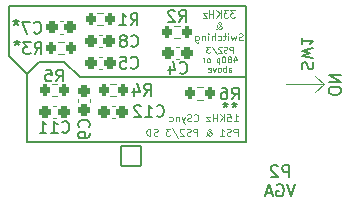
<source format=gbr>
G04 #@! TF.GenerationSoftware,KiCad,Pcbnew,(6.0.6-0)*
G04 #@! TF.CreationDate,2022-07-06T00:13:59-04:00*
G04 #@! TF.ProjectId,PS2VGA,50533256-4741-42e6-9b69-6361645f7063,1*
G04 #@! TF.SameCoordinates,Original*
G04 #@! TF.FileFunction,Legend,Bot*
G04 #@! TF.FilePolarity,Positive*
%FSLAX46Y46*%
G04 Gerber Fmt 4.6, Leading zero omitted, Abs format (unit mm)*
G04 Created by KiCad (PCBNEW (6.0.6-0)) date 2022-07-06 00:13:59*
%MOMM*%
%LPD*%
G01*
G04 APERTURE LIST*
G04 Aperture macros list*
%AMRoundRect*
0 Rectangle with rounded corners*
0 $1 Rounding radius*
0 $2 $3 $4 $5 $6 $7 $8 $9 X,Y pos of 4 corners*
0 Add a 4 corners polygon primitive as box body*
4,1,4,$2,$3,$4,$5,$6,$7,$8,$9,$2,$3,0*
0 Add four circle primitives for the rounded corners*
1,1,$1+$1,$2,$3*
1,1,$1+$1,$4,$5*
1,1,$1+$1,$6,$7*
1,1,$1+$1,$8,$9*
0 Add four rect primitives between the rounded corners*
20,1,$1+$1,$2,$3,$4,$5,0*
20,1,$1+$1,$4,$5,$6,$7,0*
20,1,$1+$1,$6,$7,$8,$9,0*
20,1,$1+$1,$8,$9,$2,$3,0*%
G04 Aperture macros list end*
%ADD10C,0.127000*%
%ADD11C,0.100000*%
%ADD12C,0.150000*%
%ADD13C,0.200000*%
%ADD14C,0.120000*%
%ADD15C,1.200000*%
%ADD16C,1.625600*%
%ADD17RoundRect,0.250800X0.200000X0.275000X-0.200000X0.275000X-0.200000X-0.275000X0.200000X-0.275000X0*%
%ADD18RoundRect,0.275800X-0.225000X-0.250000X0.225000X-0.250000X0.225000X0.250000X-0.225000X0.250000X0*%
%ADD19RoundRect,0.275800X0.225000X0.250000X-0.225000X0.250000X-0.225000X-0.250000X0.225000X-0.250000X0*%
%ADD20RoundRect,0.250800X-0.200000X-0.275000X0.200000X-0.275000X0.200000X0.275000X-0.200000X0.275000X0*%
%ADD21RoundRect,0.050800X-0.850000X-0.850000X0.850000X-0.850000X0.850000X0.850000X-0.850000X0.850000X0*%
%ADD22C,1.801600*%
%ADD23C,4.167600*%
%ADD24RoundRect,0.275800X0.250000X-0.225000X0.250000X0.225000X-0.250000X0.225000X-0.250000X-0.225000X0*%
%ADD25C,1.601600*%
G04 APERTURE END LIST*
D10*
X129150000Y-112230000D02*
X129150000Y-106470000D01*
X147740000Y-106750000D02*
X133620000Y-106750000D01*
X129160000Y-106470000D02*
X127650000Y-104960000D01*
X147740000Y-106750000D02*
X147740000Y-112230000D01*
X147740000Y-112230000D02*
X129150000Y-112230000D01*
X133620000Y-106750000D02*
X132300000Y-105430000D01*
X132300000Y-105430000D02*
X130200000Y-105430000D01*
X147740000Y-100680000D02*
X127650000Y-100680000D01*
X129150000Y-106470000D02*
X130200000Y-105430000D01*
X127650000Y-104960000D02*
X127650000Y-100680000D01*
X147740000Y-100680000D02*
X147740000Y-106750000D01*
D11*
X146597142Y-104681190D02*
X146597142Y-104181190D01*
X146406666Y-104181190D01*
X146359047Y-104205000D01*
X146335238Y-104228809D01*
X146311428Y-104276428D01*
X146311428Y-104347857D01*
X146335238Y-104395476D01*
X146359047Y-104419285D01*
X146406666Y-104443095D01*
X146597142Y-104443095D01*
X146120952Y-104657380D02*
X146049523Y-104681190D01*
X145930476Y-104681190D01*
X145882857Y-104657380D01*
X145859047Y-104633571D01*
X145835238Y-104585952D01*
X145835238Y-104538333D01*
X145859047Y-104490714D01*
X145882857Y-104466904D01*
X145930476Y-104443095D01*
X146025714Y-104419285D01*
X146073333Y-104395476D01*
X146097142Y-104371666D01*
X146120952Y-104324047D01*
X146120952Y-104276428D01*
X146097142Y-104228809D01*
X146073333Y-104205000D01*
X146025714Y-104181190D01*
X145906666Y-104181190D01*
X145835238Y-104205000D01*
X145644761Y-104228809D02*
X145620952Y-104205000D01*
X145573333Y-104181190D01*
X145454285Y-104181190D01*
X145406666Y-104205000D01*
X145382857Y-104228809D01*
X145359047Y-104276428D01*
X145359047Y-104324047D01*
X145382857Y-104395476D01*
X145668571Y-104681190D01*
X145359047Y-104681190D01*
X144787619Y-104157380D02*
X145216190Y-104800238D01*
X144668571Y-104181190D02*
X144359047Y-104181190D01*
X144525714Y-104371666D01*
X144454285Y-104371666D01*
X144406666Y-104395476D01*
X144382857Y-104419285D01*
X144359047Y-104466904D01*
X144359047Y-104585952D01*
X144382857Y-104633571D01*
X144406666Y-104657380D01*
X144454285Y-104681190D01*
X144597142Y-104681190D01*
X144644761Y-104657380D01*
X144668571Y-104633571D01*
X146668571Y-105152857D02*
X146668571Y-105486190D01*
X146787619Y-104962380D02*
X146906666Y-105319523D01*
X146597142Y-105319523D01*
X146335238Y-105200476D02*
X146382857Y-105176666D01*
X146406666Y-105152857D01*
X146430476Y-105105238D01*
X146430476Y-105081428D01*
X146406666Y-105033809D01*
X146382857Y-105010000D01*
X146335238Y-104986190D01*
X146240000Y-104986190D01*
X146192380Y-105010000D01*
X146168571Y-105033809D01*
X146144761Y-105081428D01*
X146144761Y-105105238D01*
X146168571Y-105152857D01*
X146192380Y-105176666D01*
X146240000Y-105200476D01*
X146335238Y-105200476D01*
X146382857Y-105224285D01*
X146406666Y-105248095D01*
X146430476Y-105295714D01*
X146430476Y-105390952D01*
X146406666Y-105438571D01*
X146382857Y-105462380D01*
X146335238Y-105486190D01*
X146240000Y-105486190D01*
X146192380Y-105462380D01*
X146168571Y-105438571D01*
X146144761Y-105390952D01*
X146144761Y-105295714D01*
X146168571Y-105248095D01*
X146192380Y-105224285D01*
X146240000Y-105200476D01*
X145835238Y-104986190D02*
X145787619Y-104986190D01*
X145740000Y-105010000D01*
X145716190Y-105033809D01*
X145692380Y-105081428D01*
X145668571Y-105176666D01*
X145668571Y-105295714D01*
X145692380Y-105390952D01*
X145716190Y-105438571D01*
X145740000Y-105462380D01*
X145787619Y-105486190D01*
X145835238Y-105486190D01*
X145882857Y-105462380D01*
X145906666Y-105438571D01*
X145930476Y-105390952D01*
X145954285Y-105295714D01*
X145954285Y-105176666D01*
X145930476Y-105081428D01*
X145906666Y-105033809D01*
X145882857Y-105010000D01*
X145835238Y-104986190D01*
X145454285Y-105152857D02*
X145454285Y-105652857D01*
X145454285Y-105176666D02*
X145406666Y-105152857D01*
X145311428Y-105152857D01*
X145263809Y-105176666D01*
X145240000Y-105200476D01*
X145216190Y-105248095D01*
X145216190Y-105390952D01*
X145240000Y-105438571D01*
X145263809Y-105462380D01*
X145311428Y-105486190D01*
X145406666Y-105486190D01*
X145454285Y-105462380D01*
X144549523Y-105486190D02*
X144597142Y-105462380D01*
X144620952Y-105438571D01*
X144644761Y-105390952D01*
X144644761Y-105248095D01*
X144620952Y-105200476D01*
X144597142Y-105176666D01*
X144549523Y-105152857D01*
X144478095Y-105152857D01*
X144430476Y-105176666D01*
X144406666Y-105200476D01*
X144382857Y-105248095D01*
X144382857Y-105390952D01*
X144406666Y-105438571D01*
X144430476Y-105462380D01*
X144478095Y-105486190D01*
X144549523Y-105486190D01*
X144168571Y-105486190D02*
X144168571Y-105152857D01*
X144168571Y-105248095D02*
X144144761Y-105200476D01*
X144120952Y-105176666D01*
X144073333Y-105152857D01*
X144025714Y-105152857D01*
X146240000Y-106291190D02*
X146240000Y-106029285D01*
X146263809Y-105981666D01*
X146311428Y-105957857D01*
X146406666Y-105957857D01*
X146454285Y-105981666D01*
X146240000Y-106267380D02*
X146287619Y-106291190D01*
X146406666Y-106291190D01*
X146454285Y-106267380D01*
X146478095Y-106219761D01*
X146478095Y-106172142D01*
X146454285Y-106124523D01*
X146406666Y-106100714D01*
X146287619Y-106100714D01*
X146240000Y-106076904D01*
X146001904Y-106291190D02*
X146001904Y-105791190D01*
X146001904Y-105981666D02*
X145954285Y-105957857D01*
X145859047Y-105957857D01*
X145811428Y-105981666D01*
X145787619Y-106005476D01*
X145763809Y-106053095D01*
X145763809Y-106195952D01*
X145787619Y-106243571D01*
X145811428Y-106267380D01*
X145859047Y-106291190D01*
X145954285Y-106291190D01*
X146001904Y-106267380D01*
X145478095Y-106291190D02*
X145525714Y-106267380D01*
X145549523Y-106243571D01*
X145573333Y-106195952D01*
X145573333Y-106053095D01*
X145549523Y-106005476D01*
X145525714Y-105981666D01*
X145478095Y-105957857D01*
X145406666Y-105957857D01*
X145359047Y-105981666D01*
X145335238Y-106005476D01*
X145311428Y-106053095D01*
X145311428Y-106195952D01*
X145335238Y-106243571D01*
X145359047Y-106267380D01*
X145406666Y-106291190D01*
X145478095Y-106291190D01*
X145144761Y-105957857D02*
X145025714Y-106291190D01*
X144906666Y-105957857D01*
X144525714Y-106267380D02*
X144573333Y-106291190D01*
X144668571Y-106291190D01*
X144716190Y-106267380D01*
X144740000Y-106219761D01*
X144740000Y-106029285D01*
X144716190Y-105981666D01*
X144668571Y-105957857D01*
X144573333Y-105957857D01*
X144525714Y-105981666D01*
X144501904Y-106029285D01*
X144501904Y-106076904D01*
X144740000Y-106124523D01*
D12*
X151861904Y-115832380D02*
X151528571Y-116832380D01*
X151195238Y-115832380D01*
X150338095Y-115880000D02*
X150433333Y-115832380D01*
X150576190Y-115832380D01*
X150719047Y-115880000D01*
X150814285Y-115975238D01*
X150861904Y-116070476D01*
X150909523Y-116260952D01*
X150909523Y-116403809D01*
X150861904Y-116594285D01*
X150814285Y-116689523D01*
X150719047Y-116784761D01*
X150576190Y-116832380D01*
X150480952Y-116832380D01*
X150338095Y-116784761D01*
X150290476Y-116737142D01*
X150290476Y-116403809D01*
X150480952Y-116403809D01*
X149909523Y-116546666D02*
X149433333Y-116546666D01*
X150004761Y-116832380D02*
X149671428Y-115832380D01*
X149338095Y-116832380D01*
X146720952Y-108842380D02*
X146720952Y-109080476D01*
X146959047Y-108985238D02*
X146720952Y-109080476D01*
X146482857Y-108985238D01*
X146863809Y-109270952D02*
X146720952Y-109080476D01*
X146578095Y-109270952D01*
X145959047Y-108842380D02*
X145959047Y-109080476D01*
X146197142Y-108985238D02*
X145959047Y-109080476D01*
X145720952Y-108985238D01*
X146101904Y-109270952D02*
X145959047Y-109080476D01*
X145816190Y-109270952D01*
D11*
X146992857Y-111711428D02*
X146992857Y-111111428D01*
X146764285Y-111111428D01*
X146707142Y-111140000D01*
X146678571Y-111168571D01*
X146650000Y-111225714D01*
X146650000Y-111311428D01*
X146678571Y-111368571D01*
X146707142Y-111397142D01*
X146764285Y-111425714D01*
X146992857Y-111425714D01*
X146421428Y-111682857D02*
X146335714Y-111711428D01*
X146192857Y-111711428D01*
X146135714Y-111682857D01*
X146107142Y-111654285D01*
X146078571Y-111597142D01*
X146078571Y-111540000D01*
X146107142Y-111482857D01*
X146135714Y-111454285D01*
X146192857Y-111425714D01*
X146307142Y-111397142D01*
X146364285Y-111368571D01*
X146392857Y-111340000D01*
X146421428Y-111282857D01*
X146421428Y-111225714D01*
X146392857Y-111168571D01*
X146364285Y-111140000D01*
X146307142Y-111111428D01*
X146164285Y-111111428D01*
X146078571Y-111140000D01*
X145507142Y-111711428D02*
X145850000Y-111711428D01*
X145678571Y-111711428D02*
X145678571Y-111111428D01*
X145735714Y-111197142D01*
X145792857Y-111254285D01*
X145850000Y-111282857D01*
X144307142Y-111711428D02*
X144335714Y-111711428D01*
X144392857Y-111682857D01*
X144478571Y-111597142D01*
X144621428Y-111425714D01*
X144678571Y-111340000D01*
X144707142Y-111254285D01*
X144707142Y-111197142D01*
X144678571Y-111140000D01*
X144621428Y-111111428D01*
X144592857Y-111111428D01*
X144535714Y-111140000D01*
X144507142Y-111197142D01*
X144507142Y-111225714D01*
X144535714Y-111282857D01*
X144564285Y-111311428D01*
X144735714Y-111425714D01*
X144764285Y-111454285D01*
X144792857Y-111511428D01*
X144792857Y-111597142D01*
X144764285Y-111654285D01*
X144735714Y-111682857D01*
X144678571Y-111711428D01*
X144592857Y-111711428D01*
X144535714Y-111682857D01*
X144507142Y-111654285D01*
X144421428Y-111540000D01*
X144392857Y-111454285D01*
X144392857Y-111397142D01*
X143592857Y-111711428D02*
X143592857Y-111111428D01*
X143364285Y-111111428D01*
X143307142Y-111140000D01*
X143278571Y-111168571D01*
X143250000Y-111225714D01*
X143250000Y-111311428D01*
X143278571Y-111368571D01*
X143307142Y-111397142D01*
X143364285Y-111425714D01*
X143592857Y-111425714D01*
X143021428Y-111682857D02*
X142935714Y-111711428D01*
X142792857Y-111711428D01*
X142735714Y-111682857D01*
X142707142Y-111654285D01*
X142678571Y-111597142D01*
X142678571Y-111540000D01*
X142707142Y-111482857D01*
X142735714Y-111454285D01*
X142792857Y-111425714D01*
X142907142Y-111397142D01*
X142964285Y-111368571D01*
X142992857Y-111340000D01*
X143021428Y-111282857D01*
X143021428Y-111225714D01*
X142992857Y-111168571D01*
X142964285Y-111140000D01*
X142907142Y-111111428D01*
X142764285Y-111111428D01*
X142678571Y-111140000D01*
X142450000Y-111168571D02*
X142421428Y-111140000D01*
X142364285Y-111111428D01*
X142221428Y-111111428D01*
X142164285Y-111140000D01*
X142135714Y-111168571D01*
X142107142Y-111225714D01*
X142107142Y-111282857D01*
X142135714Y-111368571D01*
X142478571Y-111711428D01*
X142107142Y-111711428D01*
X141421428Y-111082857D02*
X141935714Y-111854285D01*
X141278571Y-111111428D02*
X140907142Y-111111428D01*
X141107142Y-111340000D01*
X141021428Y-111340000D01*
X140964285Y-111368571D01*
X140935714Y-111397142D01*
X140907142Y-111454285D01*
X140907142Y-111597142D01*
X140935714Y-111654285D01*
X140964285Y-111682857D01*
X141021428Y-111711428D01*
X141192857Y-111711428D01*
X141250000Y-111682857D01*
X141278571Y-111654285D01*
X140221428Y-111682857D02*
X140135714Y-111711428D01*
X139992857Y-111711428D01*
X139935714Y-111682857D01*
X139907142Y-111654285D01*
X139878571Y-111597142D01*
X139878571Y-111540000D01*
X139907142Y-111482857D01*
X139935714Y-111454285D01*
X139992857Y-111425714D01*
X140107142Y-111397142D01*
X140164285Y-111368571D01*
X140192857Y-111340000D01*
X140221428Y-111282857D01*
X140221428Y-111225714D01*
X140192857Y-111168571D01*
X140164285Y-111140000D01*
X140107142Y-111111428D01*
X139964285Y-111111428D01*
X139878571Y-111140000D01*
X139621428Y-111711428D02*
X139621428Y-111111428D01*
X139478571Y-111111428D01*
X139392857Y-111140000D01*
X139335714Y-111197142D01*
X139307142Y-111254285D01*
X139278571Y-111368571D01*
X139278571Y-111454285D01*
X139307142Y-111568571D01*
X139335714Y-111625714D01*
X139392857Y-111682857D01*
X139478571Y-111711428D01*
X139621428Y-111711428D01*
D13*
X128230000Y-101862380D02*
X128230000Y-102100476D01*
X128468095Y-102005238D02*
X128230000Y-102100476D01*
X127991904Y-102005238D01*
X128372857Y-102290952D02*
X128230000Y-102100476D01*
X128087142Y-102290952D01*
X128330000Y-103612380D02*
X128330000Y-103850476D01*
X128568095Y-103755238D02*
X128330000Y-103850476D01*
X128091904Y-103755238D01*
X128472857Y-104040952D02*
X128330000Y-103850476D01*
X128187142Y-104040952D01*
D11*
X146652857Y-110491428D02*
X146995714Y-110491428D01*
X146824285Y-110491428D02*
X146824285Y-109891428D01*
X146881428Y-109977142D01*
X146938571Y-110034285D01*
X146995714Y-110062857D01*
X146110000Y-109891428D02*
X146395714Y-109891428D01*
X146424285Y-110177142D01*
X146395714Y-110148571D01*
X146338571Y-110120000D01*
X146195714Y-110120000D01*
X146138571Y-110148571D01*
X146110000Y-110177142D01*
X146081428Y-110234285D01*
X146081428Y-110377142D01*
X146110000Y-110434285D01*
X146138571Y-110462857D01*
X146195714Y-110491428D01*
X146338571Y-110491428D01*
X146395714Y-110462857D01*
X146424285Y-110434285D01*
X145824285Y-110491428D02*
X145824285Y-109891428D01*
X145481428Y-110491428D02*
X145738571Y-110148571D01*
X145481428Y-109891428D02*
X145824285Y-110234285D01*
X145224285Y-110491428D02*
X145224285Y-109891428D01*
X145224285Y-110177142D02*
X144881428Y-110177142D01*
X144881428Y-110491428D02*
X144881428Y-109891428D01*
X144652857Y-110091428D02*
X144338571Y-110091428D01*
X144652857Y-110491428D01*
X144338571Y-110491428D01*
X143310000Y-110434285D02*
X143338571Y-110462857D01*
X143424285Y-110491428D01*
X143481428Y-110491428D01*
X143567142Y-110462857D01*
X143624285Y-110405714D01*
X143652857Y-110348571D01*
X143681428Y-110234285D01*
X143681428Y-110148571D01*
X143652857Y-110034285D01*
X143624285Y-109977142D01*
X143567142Y-109920000D01*
X143481428Y-109891428D01*
X143424285Y-109891428D01*
X143338571Y-109920000D01*
X143310000Y-109948571D01*
X143081428Y-110462857D02*
X142995714Y-110491428D01*
X142852857Y-110491428D01*
X142795714Y-110462857D01*
X142767142Y-110434285D01*
X142738571Y-110377142D01*
X142738571Y-110320000D01*
X142767142Y-110262857D01*
X142795714Y-110234285D01*
X142852857Y-110205714D01*
X142967142Y-110177142D01*
X143024285Y-110148571D01*
X143052857Y-110120000D01*
X143081428Y-110062857D01*
X143081428Y-110005714D01*
X143052857Y-109948571D01*
X143024285Y-109920000D01*
X142967142Y-109891428D01*
X142824285Y-109891428D01*
X142738571Y-109920000D01*
X142538571Y-110091428D02*
X142395714Y-110491428D01*
X142252857Y-110091428D02*
X142395714Y-110491428D01*
X142452857Y-110634285D01*
X142481428Y-110662857D01*
X142538571Y-110691428D01*
X142024285Y-110091428D02*
X142024285Y-110491428D01*
X142024285Y-110148571D02*
X141995714Y-110120000D01*
X141938571Y-110091428D01*
X141852857Y-110091428D01*
X141795714Y-110120000D01*
X141767142Y-110177142D01*
X141767142Y-110491428D01*
X141224285Y-110462857D02*
X141281428Y-110491428D01*
X141395714Y-110491428D01*
X141452857Y-110462857D01*
X141481428Y-110434285D01*
X141510000Y-110377142D01*
X141510000Y-110205714D01*
X141481428Y-110148571D01*
X141452857Y-110120000D01*
X141395714Y-110091428D01*
X141281428Y-110091428D01*
X141224285Y-110120000D01*
X146752857Y-101095428D02*
X146381428Y-101095428D01*
X146581428Y-101324000D01*
X146495714Y-101324000D01*
X146438571Y-101352571D01*
X146410000Y-101381142D01*
X146381428Y-101438285D01*
X146381428Y-101581142D01*
X146410000Y-101638285D01*
X146438571Y-101666857D01*
X146495714Y-101695428D01*
X146667142Y-101695428D01*
X146724285Y-101666857D01*
X146752857Y-101638285D01*
X146181428Y-101095428D02*
X145810000Y-101095428D01*
X146010000Y-101324000D01*
X145924285Y-101324000D01*
X145867142Y-101352571D01*
X145838571Y-101381142D01*
X145810000Y-101438285D01*
X145810000Y-101581142D01*
X145838571Y-101638285D01*
X145867142Y-101666857D01*
X145924285Y-101695428D01*
X146095714Y-101695428D01*
X146152857Y-101666857D01*
X146181428Y-101638285D01*
X145552857Y-101695428D02*
X145552857Y-101095428D01*
X145210000Y-101695428D02*
X145467142Y-101352571D01*
X145210000Y-101095428D02*
X145552857Y-101438285D01*
X144952857Y-101695428D02*
X144952857Y-101095428D01*
X144952857Y-101381142D02*
X144610000Y-101381142D01*
X144610000Y-101695428D02*
X144610000Y-101095428D01*
X144381428Y-101295428D02*
X144067142Y-101295428D01*
X144381428Y-101695428D01*
X144067142Y-101695428D01*
X145152857Y-102661428D02*
X145181428Y-102661428D01*
X145238571Y-102632857D01*
X145324285Y-102547142D01*
X145467142Y-102375714D01*
X145524285Y-102290000D01*
X145552857Y-102204285D01*
X145552857Y-102147142D01*
X145524285Y-102090000D01*
X145467142Y-102061428D01*
X145438571Y-102061428D01*
X145381428Y-102090000D01*
X145352857Y-102147142D01*
X145352857Y-102175714D01*
X145381428Y-102232857D01*
X145410000Y-102261428D01*
X145581428Y-102375714D01*
X145610000Y-102404285D01*
X145638571Y-102461428D01*
X145638571Y-102547142D01*
X145610000Y-102604285D01*
X145581428Y-102632857D01*
X145524285Y-102661428D01*
X145438571Y-102661428D01*
X145381428Y-102632857D01*
X145352857Y-102604285D01*
X145267142Y-102490000D01*
X145238571Y-102404285D01*
X145238571Y-102347142D01*
X147424285Y-103598857D02*
X147338571Y-103627428D01*
X147195714Y-103627428D01*
X147138571Y-103598857D01*
X147110000Y-103570285D01*
X147081428Y-103513142D01*
X147081428Y-103456000D01*
X147110000Y-103398857D01*
X147138571Y-103370285D01*
X147195714Y-103341714D01*
X147310000Y-103313142D01*
X147367142Y-103284571D01*
X147395714Y-103256000D01*
X147424285Y-103198857D01*
X147424285Y-103141714D01*
X147395714Y-103084571D01*
X147367142Y-103056000D01*
X147310000Y-103027428D01*
X147167142Y-103027428D01*
X147081428Y-103056000D01*
X146881428Y-103227428D02*
X146767142Y-103627428D01*
X146652857Y-103341714D01*
X146538571Y-103627428D01*
X146424285Y-103227428D01*
X146195714Y-103627428D02*
X146195714Y-103227428D01*
X146195714Y-103027428D02*
X146224285Y-103056000D01*
X146195714Y-103084571D01*
X146167142Y-103056000D01*
X146195714Y-103027428D01*
X146195714Y-103084571D01*
X145995714Y-103227428D02*
X145767142Y-103227428D01*
X145910000Y-103027428D02*
X145910000Y-103541714D01*
X145881428Y-103598857D01*
X145824285Y-103627428D01*
X145767142Y-103627428D01*
X145310000Y-103598857D02*
X145367142Y-103627428D01*
X145481428Y-103627428D01*
X145538571Y-103598857D01*
X145567142Y-103570285D01*
X145595714Y-103513142D01*
X145595714Y-103341714D01*
X145567142Y-103284571D01*
X145538571Y-103256000D01*
X145481428Y-103227428D01*
X145367142Y-103227428D01*
X145310000Y-103256000D01*
X145052857Y-103627428D02*
X145052857Y-103027428D01*
X144795714Y-103627428D02*
X144795714Y-103313142D01*
X144824285Y-103256000D01*
X144881428Y-103227428D01*
X144967142Y-103227428D01*
X145024285Y-103256000D01*
X145052857Y-103284571D01*
X144510000Y-103627428D02*
X144510000Y-103227428D01*
X144510000Y-103027428D02*
X144538571Y-103056000D01*
X144510000Y-103084571D01*
X144481428Y-103056000D01*
X144510000Y-103027428D01*
X144510000Y-103084571D01*
X144224285Y-103227428D02*
X144224285Y-103627428D01*
X144224285Y-103284571D02*
X144195714Y-103256000D01*
X144138571Y-103227428D01*
X144052857Y-103227428D01*
X143995714Y-103256000D01*
X143967142Y-103313142D01*
X143967142Y-103627428D01*
X143424285Y-103227428D02*
X143424285Y-103713142D01*
X143452857Y-103770285D01*
X143481428Y-103798857D01*
X143538571Y-103827428D01*
X143624285Y-103827428D01*
X143681428Y-103798857D01*
X143424285Y-103598857D02*
X143481428Y-103627428D01*
X143595714Y-103627428D01*
X143652857Y-103598857D01*
X143681428Y-103570285D01*
X143710000Y-103513142D01*
X143710000Y-103341714D01*
X143681428Y-103284571D01*
X143652857Y-103256000D01*
X143595714Y-103227428D01*
X143481428Y-103227428D01*
X143424285Y-103256000D01*
D12*
X137946666Y-102342380D02*
X138280000Y-101866190D01*
X138518095Y-102342380D02*
X138518095Y-101342380D01*
X138137142Y-101342380D01*
X138041904Y-101390000D01*
X137994285Y-101437619D01*
X137946666Y-101532857D01*
X137946666Y-101675714D01*
X137994285Y-101770952D01*
X138041904Y-101818571D01*
X138137142Y-101866190D01*
X138518095Y-101866190D01*
X136994285Y-102342380D02*
X137565714Y-102342380D01*
X137280000Y-102342380D02*
X137280000Y-101342380D01*
X137375238Y-101485238D01*
X137470476Y-101580476D01*
X137565714Y-101628095D01*
X137956666Y-105917142D02*
X138004285Y-105964761D01*
X138147142Y-106012380D01*
X138242380Y-106012380D01*
X138385238Y-105964761D01*
X138480476Y-105869523D01*
X138528095Y-105774285D01*
X138575714Y-105583809D01*
X138575714Y-105440952D01*
X138528095Y-105250476D01*
X138480476Y-105155238D01*
X138385238Y-105060000D01*
X138242380Y-105012380D01*
X138147142Y-105012380D01*
X138004285Y-105060000D01*
X137956666Y-105107619D01*
X137051904Y-105012380D02*
X137528095Y-105012380D01*
X137575714Y-105488571D01*
X137528095Y-105440952D01*
X137432857Y-105393333D01*
X137194761Y-105393333D01*
X137099523Y-105440952D01*
X137051904Y-105488571D01*
X137004285Y-105583809D01*
X137004285Y-105821904D01*
X137051904Y-105917142D01*
X137099523Y-105964761D01*
X137194761Y-106012380D01*
X137432857Y-106012380D01*
X137528095Y-105964761D01*
X137575714Y-105917142D01*
X137976666Y-104087142D02*
X138024285Y-104134761D01*
X138167142Y-104182380D01*
X138262380Y-104182380D01*
X138405238Y-104134761D01*
X138500476Y-104039523D01*
X138548095Y-103944285D01*
X138595714Y-103753809D01*
X138595714Y-103610952D01*
X138548095Y-103420476D01*
X138500476Y-103325238D01*
X138405238Y-103230000D01*
X138262380Y-103182380D01*
X138167142Y-103182380D01*
X138024285Y-103230000D01*
X137976666Y-103277619D01*
X137405238Y-103610952D02*
X137500476Y-103563333D01*
X137548095Y-103515714D01*
X137595714Y-103420476D01*
X137595714Y-103372857D01*
X137548095Y-103277619D01*
X137500476Y-103230000D01*
X137405238Y-103182380D01*
X137214761Y-103182380D01*
X137119523Y-103230000D01*
X137071904Y-103277619D01*
X137024285Y-103372857D01*
X137024285Y-103420476D01*
X137071904Y-103515714D01*
X137119523Y-103563333D01*
X137214761Y-103610952D01*
X137405238Y-103610952D01*
X137500476Y-103658571D01*
X137548095Y-103706190D01*
X137595714Y-103801428D01*
X137595714Y-103991904D01*
X137548095Y-104087142D01*
X137500476Y-104134761D01*
X137405238Y-104182380D01*
X137214761Y-104182380D01*
X137119523Y-104134761D01*
X137071904Y-104087142D01*
X137024285Y-103991904D01*
X137024285Y-103801428D01*
X137071904Y-103706190D01*
X137119523Y-103658571D01*
X137214761Y-103610952D01*
X129806666Y-104772380D02*
X130140000Y-104296190D01*
X130378095Y-104772380D02*
X130378095Y-103772380D01*
X129997142Y-103772380D01*
X129901904Y-103820000D01*
X129854285Y-103867619D01*
X129806666Y-103962857D01*
X129806666Y-104105714D01*
X129854285Y-104200952D01*
X129901904Y-104248571D01*
X129997142Y-104296190D01*
X130378095Y-104296190D01*
X129473333Y-103772380D02*
X128854285Y-103772380D01*
X129187619Y-104153333D01*
X129044761Y-104153333D01*
X128949523Y-104200952D01*
X128901904Y-104248571D01*
X128854285Y-104343809D01*
X128854285Y-104581904D01*
X128901904Y-104677142D01*
X128949523Y-104724761D01*
X129044761Y-104772380D01*
X129330476Y-104772380D01*
X129425714Y-104724761D01*
X129473333Y-104677142D01*
X131646666Y-107112380D02*
X131980000Y-106636190D01*
X132218095Y-107112380D02*
X132218095Y-106112380D01*
X131837142Y-106112380D01*
X131741904Y-106160000D01*
X131694285Y-106207619D01*
X131646666Y-106302857D01*
X131646666Y-106445714D01*
X131694285Y-106540952D01*
X131741904Y-106588571D01*
X131837142Y-106636190D01*
X132218095Y-106636190D01*
X130741904Y-106112380D02*
X131218095Y-106112380D01*
X131265714Y-106588571D01*
X131218095Y-106540952D01*
X131122857Y-106493333D01*
X130884761Y-106493333D01*
X130789523Y-106540952D01*
X130741904Y-106588571D01*
X130694285Y-106683809D01*
X130694285Y-106921904D01*
X130741904Y-107017142D01*
X130789523Y-107064761D01*
X130884761Y-107112380D01*
X131122857Y-107112380D01*
X131218095Y-107064761D01*
X131265714Y-107017142D01*
X132142857Y-111367142D02*
X132190476Y-111414761D01*
X132333333Y-111462380D01*
X132428571Y-111462380D01*
X132571428Y-111414761D01*
X132666666Y-111319523D01*
X132714285Y-111224285D01*
X132761904Y-111033809D01*
X132761904Y-110890952D01*
X132714285Y-110700476D01*
X132666666Y-110605238D01*
X132571428Y-110510000D01*
X132428571Y-110462380D01*
X132333333Y-110462380D01*
X132190476Y-110510000D01*
X132142857Y-110557619D01*
X131190476Y-111462380D02*
X131761904Y-111462380D01*
X131476190Y-111462380D02*
X131476190Y-110462380D01*
X131571428Y-110605238D01*
X131666666Y-110700476D01*
X131761904Y-110748095D01*
X130238095Y-111462380D02*
X130809523Y-111462380D01*
X130523809Y-111462380D02*
X130523809Y-110462380D01*
X130619047Y-110605238D01*
X130714285Y-110700476D01*
X130809523Y-110748095D01*
X129766666Y-102957142D02*
X129814285Y-103004761D01*
X129957142Y-103052380D01*
X130052380Y-103052380D01*
X130195238Y-103004761D01*
X130290476Y-102909523D01*
X130338095Y-102814285D01*
X130385714Y-102623809D01*
X130385714Y-102480952D01*
X130338095Y-102290476D01*
X130290476Y-102195238D01*
X130195238Y-102100000D01*
X130052380Y-102052380D01*
X129957142Y-102052380D01*
X129814285Y-102100000D01*
X129766666Y-102147619D01*
X129433333Y-102052380D02*
X128766666Y-102052380D01*
X129195238Y-103052380D01*
X142106666Y-106357142D02*
X142154285Y-106404761D01*
X142297142Y-106452380D01*
X142392380Y-106452380D01*
X142535238Y-106404761D01*
X142630476Y-106309523D01*
X142678095Y-106214285D01*
X142725714Y-106023809D01*
X142725714Y-105880952D01*
X142678095Y-105690476D01*
X142630476Y-105595238D01*
X142535238Y-105500000D01*
X142392380Y-105452380D01*
X142297142Y-105452380D01*
X142154285Y-105500000D01*
X142106666Y-105547619D01*
X141249523Y-105785714D02*
X141249523Y-106452380D01*
X141487619Y-105404761D02*
X141725714Y-106119047D01*
X141106666Y-106119047D01*
X139076666Y-108302380D02*
X139410000Y-107826190D01*
X139648095Y-108302380D02*
X139648095Y-107302380D01*
X139267142Y-107302380D01*
X139171904Y-107350000D01*
X139124285Y-107397619D01*
X139076666Y-107492857D01*
X139076666Y-107635714D01*
X139124285Y-107730952D01*
X139171904Y-107778571D01*
X139267142Y-107826190D01*
X139648095Y-107826190D01*
X138219523Y-107635714D02*
X138219523Y-108302380D01*
X138457619Y-107254761D02*
X138695714Y-107969047D01*
X138076666Y-107969047D01*
X146506666Y-108622380D02*
X146840000Y-108146190D01*
X147078095Y-108622380D02*
X147078095Y-107622380D01*
X146697142Y-107622380D01*
X146601904Y-107670000D01*
X146554285Y-107717619D01*
X146506666Y-107812857D01*
X146506666Y-107955714D01*
X146554285Y-108050952D01*
X146601904Y-108098571D01*
X146697142Y-108146190D01*
X147078095Y-108146190D01*
X145649523Y-107622380D02*
X145840000Y-107622380D01*
X145935238Y-107670000D01*
X145982857Y-107717619D01*
X146078095Y-107860476D01*
X146125714Y-108050952D01*
X146125714Y-108431904D01*
X146078095Y-108527142D01*
X146030476Y-108574761D01*
X145935238Y-108622380D01*
X145744761Y-108622380D01*
X145649523Y-108574761D01*
X145601904Y-108527142D01*
X145554285Y-108431904D01*
X145554285Y-108193809D01*
X145601904Y-108098571D01*
X145649523Y-108050952D01*
X145744761Y-108003333D01*
X145935238Y-108003333D01*
X146030476Y-108050952D01*
X146078095Y-108098571D01*
X146125714Y-108193809D01*
X142066666Y-102062380D02*
X142400000Y-101586190D01*
X142638095Y-102062380D02*
X142638095Y-101062380D01*
X142257142Y-101062380D01*
X142161904Y-101110000D01*
X142114285Y-101157619D01*
X142066666Y-101252857D01*
X142066666Y-101395714D01*
X142114285Y-101490952D01*
X142161904Y-101538571D01*
X142257142Y-101586190D01*
X142638095Y-101586190D01*
X141685714Y-101157619D02*
X141638095Y-101110000D01*
X141542857Y-101062380D01*
X141304761Y-101062380D01*
X141209523Y-101110000D01*
X141161904Y-101157619D01*
X141114285Y-101252857D01*
X141114285Y-101348095D01*
X141161904Y-101490952D01*
X141733333Y-102062380D01*
X141114285Y-102062380D01*
X151338095Y-115212380D02*
X151338095Y-114212380D01*
X150957142Y-114212380D01*
X150861904Y-114260000D01*
X150814285Y-114307619D01*
X150766666Y-114402857D01*
X150766666Y-114545714D01*
X150814285Y-114640952D01*
X150861904Y-114688571D01*
X150957142Y-114736190D01*
X151338095Y-114736190D01*
X150385714Y-114307619D02*
X150338095Y-114260000D01*
X150242857Y-114212380D01*
X150004761Y-114212380D01*
X149909523Y-114260000D01*
X149861904Y-114307619D01*
X149814285Y-114402857D01*
X149814285Y-114498095D01*
X149861904Y-114640952D01*
X150433333Y-115212380D01*
X149814285Y-115212380D01*
X134397142Y-110973333D02*
X134444761Y-110925714D01*
X134492380Y-110782857D01*
X134492380Y-110687619D01*
X134444761Y-110544761D01*
X134349523Y-110449523D01*
X134254285Y-110401904D01*
X134063809Y-110354285D01*
X133920952Y-110354285D01*
X133730476Y-110401904D01*
X133635238Y-110449523D01*
X133540000Y-110544761D01*
X133492380Y-110687619D01*
X133492380Y-110782857D01*
X133540000Y-110925714D01*
X133587619Y-110973333D01*
X134492380Y-111449523D02*
X134492380Y-111640000D01*
X134444761Y-111735238D01*
X134397142Y-111782857D01*
X134254285Y-111878095D01*
X134063809Y-111925714D01*
X133682857Y-111925714D01*
X133587619Y-111878095D01*
X133540000Y-111830476D01*
X133492380Y-111735238D01*
X133492380Y-111544761D01*
X133540000Y-111449523D01*
X133587619Y-111401904D01*
X133682857Y-111354285D01*
X133920952Y-111354285D01*
X134016190Y-111401904D01*
X134063809Y-111449523D01*
X134111428Y-111544761D01*
X134111428Y-111735238D01*
X134063809Y-111830476D01*
X134016190Y-111878095D01*
X133920952Y-111925714D01*
X152455238Y-106063333D02*
X152407619Y-105920476D01*
X152407619Y-105682380D01*
X152455238Y-105587142D01*
X152502857Y-105539523D01*
X152598095Y-105491904D01*
X152693333Y-105491904D01*
X152788571Y-105539523D01*
X152836190Y-105587142D01*
X152883809Y-105682380D01*
X152931428Y-105872857D01*
X152979047Y-105968095D01*
X153026666Y-106015714D01*
X153121904Y-106063333D01*
X153217142Y-106063333D01*
X153312380Y-106015714D01*
X153360000Y-105968095D01*
X153407619Y-105872857D01*
X153407619Y-105634761D01*
X153360000Y-105491904D01*
X153407619Y-105158571D02*
X152407619Y-104920476D01*
X153121904Y-104730000D01*
X152407619Y-104539523D01*
X153407619Y-104301428D01*
X152407619Y-103396666D02*
X152407619Y-103968095D01*
X152407619Y-103682380D02*
X153407619Y-103682380D01*
X153264761Y-103777619D01*
X153169523Y-103872857D01*
X153121904Y-103968095D01*
X155727619Y-107979047D02*
X155727619Y-107788571D01*
X155680000Y-107693333D01*
X155584761Y-107598095D01*
X155394285Y-107550476D01*
X155060952Y-107550476D01*
X154870476Y-107598095D01*
X154775238Y-107693333D01*
X154727619Y-107788571D01*
X154727619Y-107979047D01*
X154775238Y-108074285D01*
X154870476Y-108169523D01*
X155060952Y-108217142D01*
X155394285Y-108217142D01*
X155584761Y-108169523D01*
X155680000Y-108074285D01*
X155727619Y-107979047D01*
X154727619Y-107121904D02*
X155727619Y-107121904D01*
X154727619Y-106550476D01*
X155727619Y-106550476D01*
X140132857Y-110007142D02*
X140180476Y-110054761D01*
X140323333Y-110102380D01*
X140418571Y-110102380D01*
X140561428Y-110054761D01*
X140656666Y-109959523D01*
X140704285Y-109864285D01*
X140751904Y-109673809D01*
X140751904Y-109530952D01*
X140704285Y-109340476D01*
X140656666Y-109245238D01*
X140561428Y-109150000D01*
X140418571Y-109102380D01*
X140323333Y-109102380D01*
X140180476Y-109150000D01*
X140132857Y-109197619D01*
X139180476Y-110102380D02*
X139751904Y-110102380D01*
X139466190Y-110102380D02*
X139466190Y-109102380D01*
X139561428Y-109245238D01*
X139656666Y-109340476D01*
X139751904Y-109388095D01*
X138799523Y-109197619D02*
X138751904Y-109150000D01*
X138656666Y-109102380D01*
X138418571Y-109102380D01*
X138323333Y-109150000D01*
X138275714Y-109197619D01*
X138228095Y-109292857D01*
X138228095Y-109388095D01*
X138275714Y-109530952D01*
X138847142Y-110102380D01*
X138228095Y-110102380D01*
D14*
X135607258Y-102352500D02*
X135132742Y-102352500D01*
X135607258Y-101307500D02*
X135132742Y-101307500D01*
X135239420Y-105040000D02*
X135520580Y-105040000D01*
X135239420Y-106060000D02*
X135520580Y-106060000D01*
X135229420Y-104200000D02*
X135510580Y-104200000D01*
X135229420Y-103180000D02*
X135510580Y-103180000D01*
X132297258Y-104792500D02*
X131822742Y-104792500D01*
X132297258Y-103747500D02*
X131822742Y-103747500D01*
X131717258Y-108362500D02*
X131242742Y-108362500D01*
X131717258Y-107317500D02*
X131242742Y-107317500D01*
X131359420Y-109150000D02*
X131640580Y-109150000D01*
X131359420Y-110170000D02*
X131640580Y-110170000D01*
X131919420Y-103050000D02*
X132200580Y-103050000D01*
X131919420Y-102030000D02*
X132200580Y-102030000D01*
X142060580Y-105200000D02*
X141779420Y-105200000D01*
X142060580Y-104180000D02*
X141779420Y-104180000D01*
X136707258Y-108332500D02*
X136232742Y-108332500D01*
X136707258Y-107287500D02*
X136232742Y-107287500D01*
X144037258Y-108642500D02*
X143562742Y-108642500D01*
X144037258Y-107597500D02*
X143562742Y-107597500D01*
X141647742Y-103432500D02*
X142122258Y-103432500D01*
X141647742Y-102387500D02*
X142122258Y-102387500D01*
X133490000Y-108850580D02*
X133490000Y-108569420D01*
X134510000Y-108850580D02*
X134510000Y-108569420D01*
X151080000Y-107330000D02*
X154300000Y-107330000D01*
X154300000Y-107330000D02*
X153590000Y-106620000D01*
X154300000Y-107330000D02*
X153590000Y-108040000D01*
X136329420Y-109150000D02*
X136610580Y-109150000D01*
X136329420Y-110170000D02*
X136610580Y-110170000D01*
%LPC*%
D15*
X147590000Y-99110000D03*
D16*
X155210000Y-99110000D03*
X145050000Y-99110000D03*
X142510000Y-99110000D03*
X139970000Y-99110000D03*
X137430000Y-99110000D03*
X134890000Y-99110000D03*
X132350000Y-99110000D03*
X129810000Y-99110000D03*
X152670000Y-99110000D03*
X150130000Y-99110000D03*
D17*
X136195000Y-101830000D03*
X134545000Y-101830000D03*
D18*
X134605000Y-105550000D03*
X136155000Y-105550000D03*
X134595000Y-103690000D03*
X136145000Y-103690000D03*
D17*
X132885000Y-104270000D03*
X131235000Y-104270000D03*
X132305000Y-107840000D03*
X130655000Y-107840000D03*
D18*
X130725000Y-109660000D03*
X132275000Y-109660000D03*
X131285000Y-102540000D03*
X132835000Y-102540000D03*
D19*
X142695000Y-104690000D03*
X141145000Y-104690000D03*
D17*
X137295000Y-107810000D03*
X135645000Y-107810000D03*
X144625000Y-108120000D03*
X142975000Y-108120000D03*
D20*
X141060000Y-102910000D03*
X142710000Y-102910000D03*
D21*
X137950000Y-113395000D03*
D22*
X140240000Y-113395000D03*
X142530000Y-113395000D03*
X144820000Y-113395000D03*
X147110000Y-113395000D03*
X136805000Y-115375000D03*
X139095000Y-115375000D03*
X141385000Y-115375000D03*
X143675000Y-115375000D03*
X145965000Y-115375000D03*
X137950000Y-117355000D03*
X140240000Y-117355000D03*
X142530000Y-117355000D03*
X144820000Y-117355000D03*
X147110000Y-117355000D03*
D23*
X155025000Y-115375000D03*
X130035000Y-115375000D03*
D24*
X134000000Y-109485000D03*
X134000000Y-107935000D03*
D25*
X156890000Y-108620000D03*
X156890000Y-106080000D03*
X156890000Y-103540000D03*
X156890000Y-101000000D03*
X148890000Y-108620000D03*
X148890000Y-106080000D03*
X148890000Y-103540000D03*
X148890000Y-101000000D03*
D18*
X135695000Y-109660000D03*
X137245000Y-109660000D03*
M02*

</source>
